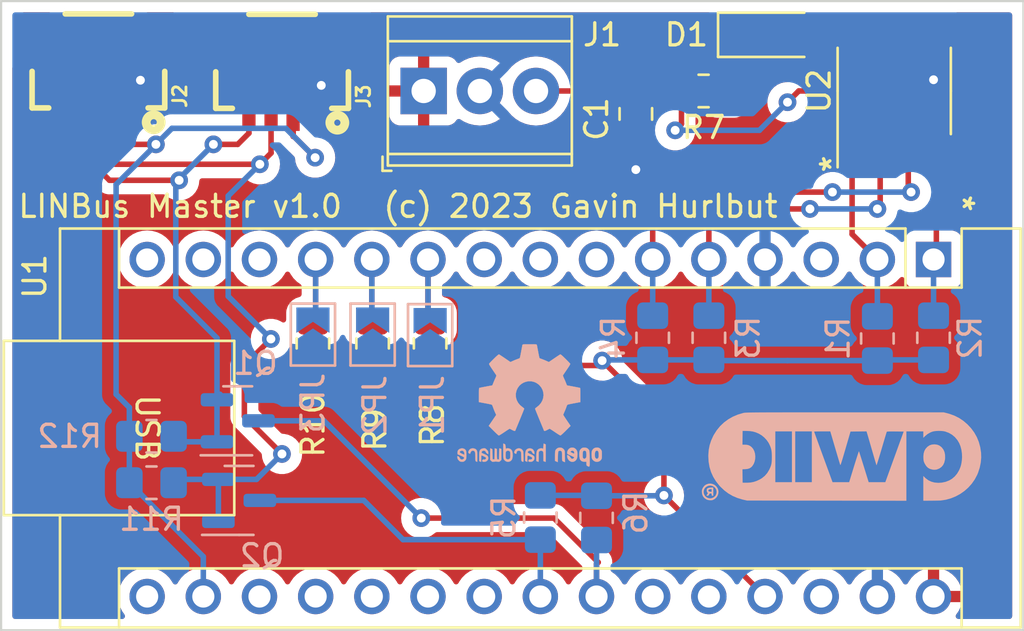
<source format=kicad_pcb>
(kicad_pcb (version 20211014) (generator pcbnew)
  (title_block (title "LINBus Master") (date "2023-02-04") (rev "1.0") (company "Gavin Hurlbut"))
  (layers (0 "F.Cu" signal) (31 "B.Cu" signal) (34 "B.Paste" user) (35 "F.Paste" user) (36 "B.SilkS" user "B.Silkscreen") (37 "F.SilkS" user "F.Silkscreen") (38 "B.Mask" user) (39 "F.Mask" user) (44 "Edge.Cuts" user))
  (net 0 "")
  (net 1 "LIN")
  (net 2 "GND")
  (net 3 "Net-(D1-Pad1)")
  (net 4 "Net-(D1-Pad2)")
  (net 5 "+3V3")
  (net 6 "SDA3V")
  (net 7 "SCL3V")
  (net 8 "+5V")
  (net 9 "RXD")
  (net 10 "TXD")
  (net 11 "~{LIN_SLP}")
  (net 12 "~{LIN_WAKE}")
  (net 14 "A0")
  (net 15 "A1")
  (net 27 "+12V")
  (net 29 "A2")
  (net 30 "SCL5V")
  (net 31 "SDA5V")
  (footprint "SparkFun-Connectors:1X04_1MM_RA" (layer "F.Cu") (at 114.30508 79.61884 180)
    (fp_text reference "J3" (at -3.683 0.889 90) (layer "F.SilkS") (effects (font (size 0.6096 0.6096) (thickness 0.127))))
    (fp_text value "QWIIC Connector")
    (pad "1" smd rect locked (at -1.4986 0 180) (size 0.59944 1.34874) (layers "F.Cu" "F.Paste" "F.Mask") (net 2 "GND"))
    (pad "2" smd rect locked (at -0.49784 0 180) (size 0.59944 1.34874) (layers "F.Cu" "F.Paste" "F.Mask") (net 5 "+3V3"))
    (pad "3" smd rect locked (at 0.49784 0 180) (size 0.59944 1.34874) (layers "F.Cu" "F.Paste" "F.Mask") (net 6 "SDA3V"))
    (pad "4" smd rect locked (at 1.4986 0 180) (size 0.59944 1.34874) (layers "F.Cu" "F.Paste" "F.Mask") (net 7 "SCL3V"))
    (pad "NC1" smd rect locked (at 2.79908 3.67284 180) (size 1.19888 1.99898) (layers "F.Cu" "F.Paste" "F.Mask"))
    (pad "NC2" smd rect locked (at -2.79908 3.67284 180) (size 1.19888 1.99898) (layers "F.Cu" "F.Paste" "F.Mask"))
  )
  (footprint "TerminalBlock_TE-Connectivity:TerminalBlock_TE_282834-3_1x03_P2.54mm_Horizontal" (layer "F.Cu") (at 120.7075 78.486)
    (fp_text reference "J1" (at 8.0705 -2.54) (layer "F.SilkS"))
    (fp_text value "Screw_Terminal_01x03")
    (pad "1" thru_hole rect (at 0 0) (size 2.1 2.1) (drill 1.1) (layers *.Cu *.Mask) (net 27 "+12V"))
    (pad "2" thru_hole circle (at 2.54 0) (size 2.1 2.1) (drill 1.1) (layers *.Cu *.Mask) (net 2 "GND"))
    (pad "3" thru_hole circle (at 5.08 0) (size 2.1 2.1) (drill 1.1) (layers *.Cu *.Mask) (net 1 "LIN"))
  )
  (footprint "Capacitor_SMD:C_0805_2012Metric_Pad1.18x1.45mm_HandSolder" (layer "F.Cu") (at 130.302 79.5235 -90)
    (fp_text reference "C1" (at 0.2325 1.778 90) (layer "F.SilkS"))
    (fp_text value "1nF")
    (pad "1" smd roundrect (at -1.0375 0 270) (size 1.175 1.45) (layers "F.Cu" "F.Paste" "F.Mask") (roundrect_rratio 0.2127659574) (net 1 "LIN"))
    (pad "2" smd roundrect (at 1.0375 0 270) (size 1.175 1.45) (layers "F.Cu" "F.Paste" "F.Mask") (roundrect_rratio 0.2127659574) (net 2 "GND"))
  )
  (footprint "SparkFun-Connectors:1X04_1MM_RA" (layer "F.Cu") (at 106 79.6 180)
    (fp_text reference "J2" (at -3.683 0.889 90) (layer "F.SilkS") (effects (font (size 0.6096 0.6096) (thickness 0.127))))
    (fp_text value "QWIIC Connector")
    (pad "1" smd rect locked (at -1.4986 0 180) (size 0.59944 1.34874) (layers "F.Cu" "F.Paste" "F.Mask") (net 2 "GND"))
    (pad "2" smd rect locked (at -0.49784 0 180) (size 0.59944 1.34874) (layers "F.Cu" "F.Paste" "F.Mask") (net 5 "+3V3"))
    (pad "3" smd rect locked (at 0.49784 0 180) (size 0.59944 1.34874) (layers "F.Cu" "F.Paste" "F.Mask") (net 6 "SDA3V"))
    (pad "4" smd rect locked (at 1.4986 0 180) (size 0.59944 1.34874) (layers "F.Cu" "F.Paste" "F.Mask") (net 7 "SCL3V"))
    (pad "NC1" smd rect locked (at 2.79908 3.67284 180) (size 1.19888 1.99898) (layers "F.Cu" "F.Paste" "F.Mask"))
    (pad "NC2" smd rect locked (at -2.79908 3.67284 180) (size 1.19888 1.99898) (layers "F.Cu" "F.Paste" "F.Mask"))
  )
  (footprint "Resistor_SMD:R_0805_2012Metric_Pad1.20x1.40mm_HandSolder" (layer "F.Cu") (at 118.4 89.9 90)
    (fp_text reference "R9" (at -3.9 0.1 90) (layer "F.SilkS"))
    (fp_text value "10k")
    (pad "1" smd roundrect (at -1 0 90) (size 1.2 1.4) (layers "F.Cu" "F.Paste" "F.Mask") (roundrect_rratio 0.2083333333) (net 8 "+5V"))
    (pad "2" smd roundrect (at 1 0 90) (size 1.2 1.4) (layers "F.Cu" "F.Paste" "F.Mask") (roundrect_rratio 0.2083333333) (net 15 "A1"))
  )
  (footprint "Resistor_SMD:R_0805_2012Metric_Pad1.20x1.40mm_HandSolder" (layer "F.Cu") (at 121 89.9 90)
    (fp_text reference "R8" (at -3.7 0.1 90) (layer "F.SilkS"))
    (fp_text value "10k")
    (pad "1" smd roundrect (at -1 0 90) (size 1.2 1.4) (layers "F.Cu" "F.Paste" "F.Mask") (roundrect_rratio 0.2083333333) (net 8 "+5V"))
    (pad "2" smd roundrect (at 1 0 90) (size 1.2 1.4) (layers "F.Cu" "F.Paste" "F.Mask") (roundrect_rratio 0.2083333333) (net 14 "A0"))
  )
  (footprint "Resistor_SMD:R_0805_2012Metric_Pad1.20x1.40mm_HandSolder" (layer "F.Cu") (at 133.366 78.486 180)
    (fp_text reference "R7" (at 0 -1.65) (layer "F.SilkS"))
    (fp_text value "1k")
    (pad "1" smd roundrect (at -1 0 180) (size 1.2 1.4) (layers "F.Cu" "F.Paste" "F.Mask") (roundrect_rratio 0.2083333333) (net 3 "Net-(D1-Pad1)"))
    (pad "2" smd roundrect (at 1 0 180) (size 1.2 1.4) (layers "F.Cu" "F.Paste" "F.Mask") (roundrect_rratio 0.2083333333) (net 1 "LIN"))
  )
  (footprint "Resistor_SMD:R_0805_2012Metric_Pad1.20x1.40mm_HandSolder" (layer "F.Cu") (at 115.7 89.9 90)
    (fp_text reference "R10" (at -3.7 0 90) (layer "F.SilkS"))
    (fp_text value "10k")
    (pad "1" smd roundrect (at -1 0 90) (size 1.2 1.4) (layers "F.Cu" "F.Paste" "F.Mask") (roundrect_rratio 0.2083333333) (net 8 "+5V"))
    (pad "2" smd roundrect (at 1 0 90) (size 1.2 1.4) (layers "F.Cu" "F.Paste" "F.Mask") (roundrect_rratio 0.2083333333) (net 29 "A2"))
  )
  (footprint "Package_SO:SOIC-8_3.9x4.9mm_P1.27mm" (layer "F.Cu") (at 141.986 78.486 90)
    (fp_text reference "U2" (at 0 -3.4 90) (layer "F.SilkS"))
    (fp_text value "TJA1021T")
    (fp_text user "*" (at -3.302 -2.794 90 unlocked) (layer "F.SilkS"))
    (pad "1" smd roundrect (at -2.475 -1.905 90) (size 1.95 0.6) (layers "F.Cu" "F.Paste" "F.Mask") (net 9 "RXD"))
    (pad "2" smd roundrect (at -2.475 -0.635 90) (size 1.95 0.6) (layers "F.Cu" "F.Paste" "F.Mask") (net 11 "~{LIN_SLP}"))
    (pad "3" smd roundrect (at -2.475 0.635 90) (size 1.95 0.6) (layers "F.Cu" "F.Paste" "F.Mask") (net 12 "~{LIN_WAKE}"))
    (pad "4" smd roundrect (at -2.475 1.905 90) (size 1.95 0.6) (layers "F.Cu" "F.Paste" "F.Mask") (net 10 "TXD"))
    (pad "5" smd roundrect (at 2.475 1.905 90) (size 1.95 0.6) (layers "F.Cu" "F.Paste" "F.Mask") (net 2 "GND"))
    (pad "6" smd roundrect (at 2.475 0.635 90) (size 1.95 0.6) (layers "F.Cu" "F.Paste" "F.Mask") (net 1 "LIN"))
    (pad "7" smd roundrect (at 2.475 -0.635 90) (size 1.95 0.6) (layers "F.Cu" "F.Paste" "F.Mask") (net 27 "+12V"))
    (pad "8" smd roundrect (at 2.475 -1.905 90) (size 1.95 0.6) (layers "F.Cu" "F.Paste" "F.Mask") (net 4 "Net-(D1-Pad2)"))
  )
  (footprint "Module:Arduino_Nano" (layer "F.Cu") (at 143.764 86.106 -90)
    (fp_text reference "U1" (at 0.762 40.64 90) (layer "F.SilkS"))
    (fp_text value "Arduino_Nano_v3.x")
    (fp_text user "*" (at -2.54 -1.27 -90 unlocked) (layer "F.SilkS"))
    (fp_text user "USB" (at 7.62 35.56 -90 unlocked) (layer "F.SilkS"))
    (pad "1" thru_hole rect (at 0 0 270) (size 1.6 1.6) (drill 1) (layers *.Cu *.Mask) (net 10 "TXD"))
    (pad "2" thru_hole oval (at 0 2.54 270) (size 1.6 1.6) (drill 1) (layers *.Cu *.Mask) (net 9 "RXD"))
    (pad "3" thru_hole oval (at 0 5.08 270) (size 1.6 1.6) (drill 1) (layers *.Cu *.Mask))
    (pad "4" thru_hole oval (at 0 7.62 270) (size 1.6 1.6) (drill 1) (layers *.Cu *.Mask) (net 2 "GND"))
    (pad "5" thru_hole oval (at 0 10.16 270) (size 1.6 1.6) (drill 1) (layers *.Cu *.Mask) (net 11 "~{LIN_SLP}"))
    (pad "6" thru_hole oval (at 0 12.7 270) (size 1.6 1.6) (drill 1) (layers *.Cu *.Mask) (net 12 "~{LIN_WAKE}"))
    (pad "7" thru_hole oval (at 0 15.24 270) (size 1.6 1.6) (drill 1) (layers *.Cu *.Mask))
    (pad "8" thru_hole oval (at 0 17.78 270) (size 1.6 1.6) (drill 1) (layers *.Cu *.Mask))
    (pad "9" thru_hole oval (at 0 20.32 270) (size 1.6 1.6) (drill 1) (layers *.Cu *.Mask))
    (pad "10" thru_hole oval (at 0 22.86 270) (size 1.6 1.6) (drill 1) (layers *.Cu *.Mask) (net 14 "A0"))
    (pad "11" thru_hole oval (at 0 25.4 270) (size 1.6 1.6) (drill 1) (layers *.Cu *.Mask) (net 15 "A1"))
    (pad "12" thru_hole oval (at 0 27.94 270) (size 1.6 1.6) (drill 1) (layers *.Cu *.Mask) (net 29 "A2"))
    (pad "13" thru_hole oval (at 0 30.48 270) (size 1.6 1.6) (drill 1) (layers *.Cu *.Mask))
    (pad "14" thru_hole oval (at 0 33.02 270) (size 1.6 1.6) (drill 1) (layers *.Cu *.Mask))
    (pad "15" thru_hole oval (at 0 35.56 270) (size 1.6 1.6) (drill 1) (layers *.Cu *.Mask))
    (pad "16" thru_hole oval (at 15.24 35.56 270) (size 1.6 1.6) (drill 1) (layers *.Cu *.Mask))
    (pad "17" thru_hole oval (at 15.24 33.02 270) (size 1.6 1.6) (drill 1) (layers *.Cu *.Mask) (net 5 "+3V3"))
    (pad "18" thru_hole oval (at 15.24 30.48 270) (size 1.6 1.6) (drill 1) (layers *.Cu *.Mask))
    (pad "19" thru_hole oval (at 15.24 27.94 270) (size 1.6 1.6) (drill 1) (layers *.Cu *.Mask))
    (pad "20" thru_hole oval (at 15.24 25.4 270) (size 1.6 1.6) (drill 1) (layers *.Cu *.Mask))
    (pad "21" thru_hole oval (at 15.24 22.86 270) (size 1.6 1.6) (drill 1) (layers *.Cu *.Mask))
    (pad "22" thru_hole oval (at 15.24 20.32 270) (size 1.6 1.6) (drill 1) (layers *.Cu *.Mask))
    (pad "23" thru_hole oval (at 15.24 17.78 270) (size 1.6 1.6) (drill 1) (layers *.Cu *.Mask) (net 31 "SDA5V"))
    (pad "24" thru_hole oval (at 15.24 15.24 270) (size 1.6 1.6) (drill 1) (layers *.Cu *.Mask) (net 30 "SCL5V"))
    (pad "25" thru_hole oval (at 15.24 12.7 270) (size 1.6 1.6) (drill 1) (layers *.Cu *.Mask))
    (pad "26" thru_hole oval (at 15.24 10.16 270) (size 1.6 1.6) (drill 1) (layers *.Cu *.Mask))
    (pad "27" thru_hole oval (at 15.24 7.62 270) (size 1.6 1.6) (drill 1) (layers *.Cu *.Mask) (net 8 "+5V"))
    (pad "28" thru_hole oval (at 15.24 5.08 270) (size 1.6 1.6) (drill 1) (layers *.Cu *.Mask))
    (pad "29" thru_hole oval (at 15.24 2.54 270) (size 1.6 1.6) (drill 1) (layers *.Cu *.Mask) (net 2 "GND"))
    (pad "30" thru_hole oval (at 15.24 0 270) (size 1.6 1.6) (drill 1) (layers *.Cu *.Mask) (net 27 "+12V"))
  )
  (footprint "Diode_SMD:D_SOD-123" (layer "F.Cu") (at 136.27 75.946)
    (fp_text reference "D1" (at -3.682 0) (layer "F.SilkS"))
    (fp_text value "BAT42W-V")
    (pad "1" smd rect (at -1.65 0) (size 0.9 1.2) (layers "F.Cu" "F.Paste" "F.Mask") (net 3 "Net-(D1-Pad1)"))
    (pad "2" smd rect (at 1.65 0) (size 0.9 1.2) (layers "F.Cu" "F.Paste" "F.Mask") (net 4 "Net-(D1-Pad2)"))
  )
  (footprint "Resistor_SMD:R_0805_2012Metric_Pad1.20x1.40mm_HandSolder" (layer "B.Cu") (at 141.224 89.678 90)
    (fp_text reference "R1" (at 0 -1.778 90) (layer "B.SilkS") (effects (justify mirror)))
    (fp_text value "10k")
    (pad "1" smd roundrect (at -1 0 90) (size 1.2 1.4) (layers "B.Cu" "B.Paste" "B.Mask") (roundrect_rratio 0.2083333333) (net 8 "+5V"))
    (pad "2" smd roundrect (at 1 0 90) (size 1.2 1.4) (layers "B.Cu" "B.Paste" "B.Mask") (roundrect_rratio 0.2083333333) (net 9 "RXD"))
  )
  (footprint "Resistor_SMD:R_0805_2012Metric_Pad1.20x1.40mm_HandSolder" (layer "B.Cu") (at 131.064 89.646 90)
    (fp_text reference "R4" (at 0 -1.778 90) (layer "B.SilkS") (effects (justify mirror)))
    (fp_text value "10k")
    (pad "1" smd roundrect (at -1 0 90) (size 1.2 1.4) (layers "B.Cu" "B.Paste" "B.Mask") (roundrect_rratio 0.2083333333) (net 8 "+5V"))
    (pad "2" smd roundrect (at 1 0 90) (size 1.2 1.4) (layers "B.Cu" "B.Paste" "B.Mask") (roundrect_rratio 0.2083333333) (net 12 "~{LIN_WAKE}"))
  )
  (footprint "Jumper:SolderJumper-2_P1.3mm_Open_TrianglePad1.0x1.5mm" (layer "B.Cu") (at 121 89.525 90)
    (fp_text reference "JP1" (at -3.175 0.1 90) (layer "B.SilkS") (effects (justify mirror)))
    (fp_text value "Solder Jumper")
    (pad "1" smd custom (at -0.725 0 90) (size 0.3 0.3) (layers "B.Cu" "B.Mask") (net 2 "GND") (options (clearance outline) (anchor rect)) (primitives (gr_poly (pts (xy 1 0) (xy 0.5 -0.75) (xy -0.5 -0.75) (xy -0.5 0.75) (xy 0.5 0.75)) (width 0) (fill yes))))
    (pad "2" smd custom (at 0.725 0 90) (size 0.3 0.3) (layers "B.Cu" "B.Mask") (net 14 "A0") (options (clearance outline) (anchor rect)) (primitives (gr_poly (pts (xy 0.5 -0.75) (xy -0.65 -0.75) (xy -0.15 0) (xy -0.65 0.75) (xy 0.5 0.75)) (width 0) (fill yes))))
  )
  (footprint "Resistor_SMD:R_0805_2012Metric_Pad1.20x1.40mm_HandSolder" (layer "B.Cu") (at 128.524 97.79 -90)
    (fp_text reference "R6" (at -0.238 -1.778 90) (layer "B.SilkS") (effects (justify mirror)))
    (fp_text value "10k")
    (pad "1" smd roundrect (at -1 0 270) (size 1.2 1.4) (layers "B.Cu" "B.Paste" "B.Mask") (roundrect_rratio 0.2083333333) (net 8 "+5V"))
    (pad "2" smd roundrect (at 1 0 270) (size 1.2 1.4) (layers "B.Cu" "B.Paste" "B.Mask") (roundrect_rratio 0.2083333333) (net 30 "SCL5V"))
  )
  (footprint "Jumper:SolderJumper-2_P1.3mm_Open_TrianglePad1.0x1.5mm" (layer "B.Cu") (at 115.7 89.5 90)
    (fp_text reference "JP3" (at -3.1 0 90) (layer "B.SilkS") (effects (justify mirror)))
    (fp_text value "Solder Jumper")
    (pad "1" smd custom (at -0.725 0 90) (size 0.3 0.3) (layers "B.Cu" "B.Mask") (net 2 "GND") (options (clearance outline) (anchor rect)) (primitives (gr_poly (pts (xy 1 0) (xy 0.5 -0.75) (xy -0.5 -0.75) (xy -0.5 0.75) (xy 0.5 0.75)) (width 0) (fill yes))))
    (pad "2" smd custom (at 0.725 0 90) (size 0.3 0.3) (layers "B.Cu" "B.Mask") (net 29 "A2") (options (clearance outline) (anchor rect)) (primitives (gr_poly (pts (xy 0.5 -0.75) (xy -0.65 -0.75) (xy -0.15 0) (xy -0.65 0.75) (xy 0.5 0.75)) (width 0) (fill yes))))
  )
  (footprint "Jumper:SolderJumper-2_P1.3mm_Open_TrianglePad1.0x1.5mm" (layer "B.Cu") (at 118.4 89.5 90)
    (fp_text reference "JP2" (at -3.2 0.1 90) (layer "B.SilkS") (effects (justify mirror)))
    (fp_text value "Solder Jumper")
    (pad "1" smd custom (at -0.725 0 90) (size 0.3 0.3) (layers "B.Cu" "B.Mask") (net 2 "GND") (options (clearance outline) (anchor rect)) (primitives (gr_poly (pts (xy 1 0) (xy 0.5 -0.75) (xy -0.5 -0.75) (xy -0.5 0.75) (xy 0.5 0.75)) (width 0) (fill yes))))
    (pad "2" smd custom (at 0.725 0 90) (size 0.3 0.3) (layers "B.Cu" "B.Mask") (net 15 "A1") (options (clearance outline) (anchor rect)) (primitives (gr_poly (pts (xy 0.5 -0.75) (xy -0.65 -0.75) (xy -0.15 0) (xy -0.65 0.75) (xy 0.5 0.75)) (width 0) (fill yes))))
  )
  (footprint "Package_TO_SOT_SMD:SOT-23" (layer "B.Cu") (at 112.3 93.4)
    (fp_text reference "Q1" (at 0.8 -2.6) (layer "B.SilkS") (effects (justify mirror)))
    (fp_text value "2N7002")
    (pad "1" smd roundrect (at -0.9375 0.95) (size 1.475 0.6) (layers "B.Cu" "B.Paste" "B.Mask") (net 7 "SCL3V"))
    (pad "2" smd roundrect (at -0.9375 -0.95) (size 1.475 0.6) (layers "B.Cu" "B.Paste" "B.Mask") (net 7 "SCL3V"))
    (pad "3" smd roundrect (at 0.9375 0) (size 1.475 0.6) (layers "B.Cu" "B.Paste" "B.Mask") (net 30 "SCL5V"))
  )
  (footprint "Beirdo:qwiic-logo" (layer "B.Cu") (at 139.7 94.9 180)
    (fp_text reference "G***" hide)
    (fp_text value "LOGO" hide)
  )
  (footprint "Resistor_SMD:R_0805_2012Metric_Pad1.20x1.40mm_HandSolder" (layer "B.Cu") (at 125.984 97.774 -90)
    (fp_text reference "R5" (at 0 1.65 90) (layer "B.SilkS") (effects (justify mirror)))
    (fp_text value "10k")
    (pad "1" smd roundrect (at -1 0 270) (size 1.2 1.4) (layers "B.Cu" "B.Paste" "B.Mask") (roundrect_rratio 0.2083333333) (net 8 "+5V"))
    (pad "2" smd roundrect (at 1 0 270) (size 1.2 1.4) (layers "B.Cu" "B.Paste" "B.Mask") (roundrect_rratio 0.2083333333) (net 31 "SDA5V"))
  )
  (footprint "Resistor_SMD:R_0805_2012Metric_Pad1.20x1.40mm_HandSolder" (layer "B.Cu") (at 108.4 94.1)
    (fp_text reference "R12" (at -3.7 0) (layer "B.SilkS") (effects (justify mirror)))
    (fp_text value "10k")
    (pad "1" smd roundrect (at -1 0) (size 1.2 1.4) (layers "B.Cu" "B.Paste" "B.Mask") (roundrect_rratio 0.2083333333) (net 5 "+3V3"))
    (pad "2" smd roundrect (at 1 0) (size 1.2 1.4) (layers "B.Cu" "B.Paste" "B.Mask") (roundrect_rratio 0.2083333333) (net 7 "SCL3V"))
  )
  (footprint "Package_TO_SOT_SMD:SOT-23" (layer "B.Cu") (at 112.3625 97)
    (fp_text reference "Q2" (at 1.0375 2.5) (layer "B.SilkS") (effects (justify mirror)))
    (fp_text value "2N7002")
    (pad "1" smd roundrect (at -0.9375 0.95) (size 1.475 0.6) (layers "B.Cu" "B.Paste" "B.Mask") (net 6 "SDA3V"))
    (pad "2" smd roundrect (at -0.9375 -0.95) (size 1.475 0.6) (layers "B.Cu" "B.Paste" "B.Mask") (net 6 "SDA3V"))
    (pad "3" smd roundrect (at 0.9375 0) (size 1.475 0.6) (layers "B.Cu" "B.Paste" "B.Mask") (net 31 "SDA5V"))
  )
  (footprint "Resistor_SMD:R_0805_2012Metric_Pad1.20x1.40mm_HandSolder" (layer "B.Cu") (at 133.604 89.646 90)
    (fp_text reference "R3" (at 0 1.778 90) (layer "B.SilkS") (effects (justify mirror)))
    (fp_text value "10k")
    (pad "1" smd roundrect (at -1 0 90) (size 1.2 1.4) (layers "B.Cu" "B.Paste" "B.Mask") (roundrect_rratio 0.2083333333) (net 8 "+5V"))
    (pad "2" smd roundrect (at 1 0 90) (size 1.2 1.4) (layers "B.Cu" "B.Paste" "B.Mask") (roundrect_rratio 0.2083333333) (net 11 "~{LIN_SLP}"))
  )
  (footprint "Symbol:OSHW-Logo2_7.3x6mm_SilkScreen" (layer "B.Cu") (at 125.5 92.7 180)
    (fp_text reference "REF**" hide)
    (fp_text value "OSHW-Logo2_7.3x6mm_SilkScreen" hide)
  )
  (footprint "Resistor_SMD:R_0805_2012Metric_Pad1.20x1.40mm_HandSolder" (layer "B.Cu") (at 143.764 89.646 90)
    (fp_text reference "R2" (at 0 1.65 90) (layer "B.SilkS") (effects (justify mirror)))
    (fp_text value "10k")
    (pad "1" smd roundrect (at -1 0 90) (size 1.2 1.4) (layers "B.Cu" "B.Paste" "B.Mask") (roundrect_rratio 0.2083333333) (net 8 "+5V"))
    (pad "2" smd roundrect (at 1 0 90) (size 1.2 1.4) (layers "B.Cu" "B.Paste" "B.Mask") (roundrect_rratio 0.2083333333) (net 10 "TXD"))
  )
  (footprint "Resistor_SMD:R_0805_2012Metric_Pad1.20x1.40mm_HandSolder" (layer "B.Cu") (at 108.4 96.2)
    (fp_text reference "R11" (at 0 1.65) (layer "B.SilkS") (effects (justify mirror)))
    (fp_text value "10k")
    (pad "1" smd roundrect (at -1 0) (size 1.2 1.4) (layers "B.Cu" "B.Paste" "B.Mask") (roundrect_rratio 0.2083333333) (net 5 "+3V3"))
    (pad "2" smd roundrect (at 1 0) (size 1.2 1.4) (layers "B.Cu" "B.Paste" "B.Mask") (roundrect_rratio 0.2083333333) (net 6 "SDA3V"))
  )
  (gr_line (start 101.6 102.87) (end 147.828 102.87) (layer "Edge.Cuts") (width 0.1))
  (gr_line (start 101.6 74.422) (end 101.6 102.87) (layer "Edge.Cuts") (width 0.1))
  (gr_line (start 147.828 102.87) (end 147.828 74.422) (layer "Edge.Cuts") (width 0.1))
  (gr_line (start 147.828 74.422) (end 101.6 74.422) (layer "Edge.Cuts") (width 0.1))
  (gr_text "LINBus Master v1.0" (at 109.7 83.7) (layer "F.SilkS") (effects (font (size 1 1))))
  (gr_text "(c) 2023 Gavin Hurlbut" (at 127.8 83.7) (layer "F.SilkS") (effects (font (size 1 1))))
  (segment (start 132.08 80.264) (end 132.366 79.978) (width 0.25) (layer "F.Cu") (net 1))
  (segment (start 137.668 78.486) (end 137.16 78.994) (width 0.25) (layer "F.Cu") (net 1))
  (segment (start 142.621 77.597) (end 141.732 78.486) (width 0.25) (layer "F.Cu") (net 1))
  (segment (start 142.621 76.011) (end 142.621 77.597) (width 0.25) (layer "F.Cu") (net 1))
  (segment (start 132.366 79.978) (end 132.366 78.486) (width 0.25) (layer "F.Cu") (net 1))
  (segment (start 141.732 78.486) (end 137.668 78.486) (width 0.25) (layer "F.Cu") (net 1))
  (segment (start 130.302 78.486) (end 125.7875 78.486) (width 0.25) (layer "F.Cu") (net 1))
  (segment (start 132.366 78.486) (end 130.302 78.486) (width 0.25) (layer "F.Cu") (net 1))
  (via (at 137.16 78.994) (size 0.8) (drill 0.4) (layers "F.Cu" "B.Cu") (net 1))
  (via (at 132.08 80.264) (size 0.8) (drill 0.4) (layers "F.Cu" "B.Cu") (net 1))
  (segment (start 137.16 78.994) (end 135.89 80.264) (width 0.25) (layer "B.Cu") (net 1))
  (segment (start 135.89 80.264) (end 132.08 80.264) (width 0.25) (layer "B.Cu") (net 1))
  (segment (start 115.80368 78.50632) (end 116.078 78.232) (width 0.25) (layer "F.Cu") (net 2))
  (segment (start 107.4986 79.6) (end 107.4986 78.4014) (width 0.25) (layer "F.Cu") (net 2))
  (segment (start 115.80368 79.61884) (end 115.80368 78.50632) (width 0.25) (layer "F.Cu") (net 2))
  (segment (start 143.891 76.011) (end 143.891 77.851) (width 0.25) (layer "F.Cu") (net 2))
  (segment (start 143.891 77.851) (end 143.764 77.978) (width 0.25) (layer "F.Cu") (net 2))
  (segment (start 130.302 80.561) (end 130.302 82.042) (width 0.25) (layer "F.Cu") (net 2))
  (segment (start 107.4986 78.4014) (end 107.9 78) (width 0.25) (layer "F.Cu") (net 2))
  (via (at 107.9 78) (size 0.8) (drill 0.4) (layers "F.Cu" "B.Cu") (net 2))
  (via (at 116.078 78.232) (size 0.8) (drill 0.4) (layers "F.Cu" "B.Cu") (net 2))
  (via (at 143.764 77.978) (size 0.8) (drill 0.4) (layers "F.Cu" "B.Cu") (net 2))
  (via (at 130.302 82.042) (size 0.8) (drill 0.4) (layers "F.Cu" "B.Cu") (net 2))
  (segment (start 134.62 78.232) (end 134.366 78.486) (width 0.25) (layer "F.Cu") (net 3))
  (segment (start 134.62 75.946) (end 134.62 78.232) (width 0.25) (layer "F.Cu") (net 3))
  (segment (start 140.081 76.011) (end 137.985 76.011) (width 0.25) (layer "F.Cu") (net 4))
  (segment (start 137.985 76.011) (end 137.92 75.946) (width 0.25) (layer "F.Cu") (net 4))
  (segment (start 114.80292 79.61884) (end 114.80292 80.54321) (width 0.25) (layer "F.Cu") (net 5))
  (segment (start 114.80292 79.61884) (end 114.80292 80.50292) (width 0.25) (layer "F.Cu") (net 5))
  (segment (start 106.49784 79.6) (end 106.49784 80.52437) (width 0.25) (layer "F.Cu") (net 5))
  (segment (start 106.87347 80.9) (end 108.6 80.9) (width 0.25) (layer "F.Cu") (net 5))
  (segment (start 114.80292 80.50292) (end 115.8 81.5) (width 0.25) (layer "F.Cu") (net 5))
  (segment (start 106.49784 80.52437) (end 106.87347 80.9) (width 0.25) (layer "F.Cu") (net 5))
  (via (at 115.8 81.5) (size 0.8) (drill 0.4) (layers "F.Cu" "B.Cu") (net 5))
  (via (at 108.6 80.9) (size 0.8) (drill 0.4) (layers "F.Cu" "B.Cu") (net 5))
  (segment (start 110.744 99.544) (end 110.744 101.346) (width 0.25) (layer "B.Cu") (net 5))
  (segment (start 108.6 80.9) (end 109.324511 80.175489) (width 0.25) (layer "B.Cu") (net 5))
  (segment (start 107.4 92.8) (end 106.8 92.2) (width 0.25) (layer "B.Cu") (net 5))
  (segment (start 114.475489 80.175489) (end 115.8 81.5) (width 0.25) (layer "B.Cu") (net 5))
  (segment (start 107.4 94.1) (end 107.4 92.8) (width 0.25) (layer "B.Cu") (net 5))
  (segment (start 107.4 96.2) (end 107.4 94.1) (width 0.25) (layer "B.Cu") (net 5))
  (segment (start 108.6 80.914345) (end 108.6 80.9) (width 0.25) (layer "B.Cu") (net 5))
  (segment (start 107.4 96.2) (end 110.744 99.544) (width 0.25) (layer "B.Cu") (net 5))
  (segment (start 109.324511 80.175489) (end 114.475489 80.175489) (width 0.25) (layer "B.Cu") (net 5))
  (segment (start 106.8 92.2) (end 106.8 82.714345) (width 0.25) (layer "B.Cu") (net 5))
  (segment (start 106.8 82.714345) (end 108.6 80.914345) (width 0.25) (layer "B.Cu") (net 5))
  (segment (start 106.77779 81.8) (end 113.3 81.8) (width 0.25) (layer "F.Cu") (net 6))
  (segment (start 112.6 90.9) (end 112.6 93.2) (width 0.25) (layer "F.Cu") (net 6))
  (segment (start 105.50216 79.6) (end 105.50216 80.52437) (width 0.25) (layer "F.Cu") (net 6))
  (segment (start 105.50216 80.52437) (end 106.77779 81.8) (width 0.25) (layer "F.Cu") (net 6))
  (segment (start 113.80724 81.29276) (end 113.80724 79.61884) (width 0.25) (layer "F.Cu") (net 6))
  (segment (start 113.8 89.7) (end 112.6 90.9) (width 0.25) (layer "F.Cu") (net 6))
  (segment (start 113.3 81.8) (end 113.80724 81.29276) (width 0.25) (layer "F.Cu") (net 6))
  (segment (start 112.6 93.2) (end 114.3 94.9) (width 0.25) (layer "F.Cu") (net 6))
  (via (at 113.8 89.7) (size 0.8) (drill 0.4) (layers "F.Cu" "B.Cu") (net 6))
  (via (at 113.3 81.8) (size 0.8) (drill 0.4) (layers "F.Cu" "B.Cu") (net 6))
  (via (at 114.3 94.9) (size 0.8) (drill 0.4) (layers "F.Cu" "B.Cu") (net 6))
  (segment (start 111.425 96.05) (end 113.15 96.05) (width 0.25) (layer "B.Cu") (net 6))
  (segment (start 109.55 96.05) (end 109.4 96.2) (width 0.25) (layer "B.Cu") (net 6))
  (segment (start 113.15 96.05) (end 114.3 94.9) (width 0.25) (layer "B.Cu") (net 6))
  (segment (start 111.868511 87.768511) (end 111.868511 83.231489) (width 0.25) (layer "B.Cu") (net 6))
  (segment (start 113.8 89.7) (end 111.868511 87.768511) (width 0.25) (layer "B.Cu") (net 6))
  (segment (start 111.425 96.05) (end 109.55 96.05) (width 0.25) (layer "B.Cu") (net 6))
  (segment (start 111.868511 83.231489) (end 113.3 81.8) (width 0.25) (layer "B.Cu") (net 6))
  (segment (start 111.425 97.95) (end 111.425 96.05) (width 0.25) (layer "B.Cu") (net 6))
  (segment (start 104.5014 79.6) (end 104.5014 80.52437) (width 0.25) (layer "F.Cu") (net 7))
  (segment (start 106.50153 82.5245) (end 109.65 82.5245) (width 0.25) (layer "F.Cu") (net 7))
  (segment (start 104.5014 80.52437) (end 106.50153 82.5245) (width 0.25) (layer "F.Cu") (net 7))
  (segment (start 111.2 80.9) (end 112.3 80.9) (width 0.25) (layer "F.Cu") (net 7))
  (segment (start 112.80648 80.39352) (end 112.80648 79.61884) (width 0.25) (layer "F.Cu") (net 7))
  (segment (start 112.3 80.9) (end 112.80648 80.39352) (width 0.25) (layer "F.Cu") (net 7))
  (via (at 109.65 82.5245) (size 0.8) (drill 0.4) (layers "F.Cu" "B.Cu") (net 7))
  (via (at 111.2 80.9) (size 0.8) (drill 0.4) (layers "F.Cu" "B.Cu") (net 7))
  (segment (start 109.5 82.6) (end 109.5 87.8) (width 0.25) (layer "B.Cu") (net 7))
  (segment (start 109.5 87.8) (end 111.3625 89.6625) (width 0.25) (layer "B.Cu") (net 7))
  (segment (start 109.65 94.35) (end 109.4 94.1) (width 0.25) (layer "B.Cu") (net 7))
  (segment (start 111.3625 92.45) (end 111.3625 92.3375) (width 0.25) (layer "B.Cu") (net 7))
  (segment (start 111.3625 92.3375) (end 111.5 92.2) (width 0.25) (layer "B.Cu") (net 7))
  (segment (start 111.3625 89.6625) (end 111.3625 92.45) (width 0.25) (layer "B.Cu") (net 7))
  (segment (start 111.2 80.9) (end 109.5 82.6) (width 0.25) (layer "B.Cu") (net 7))
  (segment (start 111.3625 94.35) (end 109.65 94.35) (width 0.25) (layer "B.Cu") (net 7))
  (segment (start 111.3625 94.35) (end 111.3625 92.45) (width 0.25) (layer "B.Cu") (net 7))
  (segment (start 115.7 90.9) (end 118.4 90.9) (width 0.25) (layer "F.Cu") (net 8))
  (segment (start 131.572 96.774) (end 136.144 101.346) (width 0.25) (layer "F.Cu") (net 8))
  (segment (start 131.572 93.472) (end 128.778 90.678) (width 0.25) (layer "F.Cu") (net 8))
  (segment (start 121 90.9) (end 128.556 90.9) (width 0.25) (layer "F.Cu") (net 8))
  (segment (start 131.572 96.774) (end 131.572 93.472) (width 0.25) (layer "F.Cu") (net 8))
  (segment (start 118.4 90.9) (end 121 90.9) (width 0.25) (layer "F.Cu") (net 8))
  (segment (start 128.556 90.9) (end 128.778 90.678) (width 0.25) (layer "F.Cu") (net 8))
  (via (at 131.572 96.774) (size 0.8) (drill 0.4) (layers "F.Cu" "B.Cu") (net 8))
  (via (at 128.778 90.678) (size 0.8) (drill 0.4) (layers "F.Cu" "B.Cu") (net 8))
  (segment (start 143.764 90.646) (end 141.256 90.646) (width 0.25) (layer "B.Cu") (net 8))
  (segment (start 125.984 96.774) (end 128.508 96.774) (width 0.25) (layer "B.Cu") (net 8))
  (segment (start 131.556 96.79) (end 131.572 96.774) (width 0.25) (layer "B.Cu") (net 8))
  (segment (start 128.524 96.79) (end 131.556 96.79) (width 0.25) (layer "B.Cu") (net 8))
  (segment (start 137.16 90.678) (end 133.636 90.678) (width 0.25) (layer "B.Cu") (net 8))
  (segment (start 128.81 90.646) (end 128.778 90.678) (width 0.25) (layer "B.Cu") (net 8))
  (segment (start 141.256 90.646) (end 141.224 90.678) (width 0.25) (layer "B.Cu") (net 8))
  (segment (start 128.508 96.774) (end 128.524 96.79) (width 0.25) (layer "B.Cu") (net 8))
  (segment (start 133.636 90.678) (end 133.604 90.646) (width 0.25) (layer "B.Cu") (net 8))
  (segment (start 131.064 90.646) (end 128.81 90.646) (width 0.25) (layer "B.Cu") (net 8))
  (segment (start 133.604 90.646) (end 131.064 90.646) (width 0.25) (layer "B.Cu") (net 8))
  (segment (start 141.224 90.678) (end 137.16 90.678) (width 0.25) (layer "B.Cu") (net 8))
  (segment (start 141.224 86.106) (end 140.081 84.963) (width 0.25) (layer "F.Cu") (net 9))
  (segment (start 140.081 84.963) (end 140.081 80.961) (width 0.25) (layer "F.Cu") (net 9))
  (segment (start 141.224 88.678) (end 141.224 86.106) (width 0.25) (layer "B.Cu") (net 9))
  (segment (start 143.891 85.979) (end 143.891 80.961) (width 0.25) (layer "F.Cu") (net 10))
  (segment (start 143.764 86.106) (end 143.891 85.979) (width 0.25) (layer "F.Cu") (net 10))
  (segment (start 143.764 88.646) (end 143.764 86.106) (width 0.25) (layer "B.Cu") (net 10))
  (segment (start 133.604 84.074) (end 133.858 83.82) (width 0.25) (layer "F.Cu") (net 11))
  (segment (start 133.604 86.106) (end 133.604 84.074) (width 0.25) (layer "F.Cu") (net 11))
  (segment (start 141.224 83.82) (end 141.351 83.693) (width 0.25) (layer "F.Cu") (net 11))
  (segment (start 141.351 83.693) (end 141.351 80.961) (width 0.25) (layer "F.Cu") (net 11))
  (segment (start 133.858 83.82) (end 138.176 83.82) (width 0.25) (layer "F.Cu") (net 11))
  (via (at 138.176 83.82) (size 0.8) (drill 0.4) (layers "F.Cu" "B.Cu") (net 11))
  (via (at 141.224 83.82) (size 0.8) (drill 0.4) (layers "F.Cu" "B.Cu") (net 11))
  (segment (start 133.604 88.646) (end 133.604 86.106) (width 0.25) (layer "B.Cu") (net 11))
  (segment (start 138.176 83.82) (end 141.224 83.82) (width 0.25) (layer "B.Cu") (net 11))
  (segment (start 131.826 83.058) (end 139.192 83.058) (width 0.25) (layer "F.Cu") (net 12))
  (segment (start 142.748 83.058) (end 142.621 82.931) (width 0.25) (layer "F.Cu") (net 12))
  (segment (start 131.572 83.312) (end 131.826 83.058) (width 0.25) (layer "F.Cu") (net 12))
  (segment (start 131.064 86.106) (end 131.064 83.82) (width 0.25) (layer "F.Cu") (net 12))
  (segment (start 142.621 82.931) (end 142.621 80.961) (width 0.25) (layer "F.Cu") (net 12))
  (segment (start 131.064 83.82) (end 131.572 83.312) (width 0.25) (layer "F.Cu") (net 12))
  (via (at 142.748 83.058) (size 0.8) (drill 0.4) (layers "F.Cu" "B.Cu") (net 12))
  (via (at 139.192 83.058) (size 0.8) (drill 0.4) (layers "F.Cu" "B.Cu") (net 12))
  (segment (start 131.064 88.646) (end 131.064 86.106) (width 0.25) (layer "B.Cu") (net 12))
  (segment (start 139.192 83.058) (end 142.748 83.058) (width 0.25) (layer "B.Cu") (net 12))
  (segment (start 120.904 88.804) (end 121 88.9) (width 0.25) (layer "F.Cu") (net 14))
  (segment (start 120.904 86.106) (end 120.904 88.804) (width 0.25) (layer "F.Cu") (net 14))
  (segment (start 121 88.8) (end 120.904 88.704) (width 0.25) (layer "B.Cu") (net 14))
  (segment (start 120.904 88.704) (end 120.904 86.106) (width 0.25) (layer "B.Cu") (net 14))
  (segment (start 118.364 86.106) (end 118.364 88.864) (width 0.25) (layer "F.Cu") (net 15))
  (segment (start 118.364 88.864) (end 118.4 88.9) (width 0.25) (layer "F.Cu") (net 15))
  (segment (start 118.364 88.739) (end 118.364 86.106) (width 0.25) (layer "B.Cu") (net 15))
  (segment (start 118.4 88.775) (end 118.364 88.739) (width 0.25) (layer "B.Cu") (net 15))
  (segment (start 115.824 88.776) (end 115.7 88.9) (width 0.25) (layer "F.Cu") (net 29))
  (segment (start 115.824 86.106) (end 115.824 88.776) (width 0.25) (layer "F.Cu") (net 29))
  (segment (start 115.7 88.775) (end 115.824 88.651) (width 0.25) (layer "B.Cu") (net 29))
  (segment (start 115.824 88.651) (end 115.824 86.106) (width 0.25) (layer "B.Cu") (net 29))
  (segment (start 128.6 99.8) (end 128.524 99.876) (width 0.25) (layer "F.Cu") (net 30))
  (segment (start 120.6 97.8) (end 126.6 97.8) (width 0.25) (layer "F.Cu") (net 30))
  (segment (start 128.524 99.876) (end 128.524 101.346) (width 0.25) (layer "F.Cu") (net 30))
  (segment (start 126.6 97.8) (end 128.6 99.8) (width 0.25) (layer "F.Cu") (net 30))
  (via (at 120.6 97.8) (size 0.8) (drill 0.4) (layers "F.Cu" "B.Cu") (net 30))
  (segment (start 128.524 98.79) (end 128.524 101.346) (width 0.25) (layer "B.Cu") (net 30))
  (segment (start 113.2375 93.4) (end 116.2 93.4) (width 0.25) (layer "B.Cu") (net 30))
  (segment (start 116.2 93.4) (end 120.6 97.8) (width 0.25) (layer "B.Cu") (net 30))
  (segment (start 113.3 97) (end 118 97) (width 0.25) (layer "B.Cu") (net 31))
  (segment (start 125.984 98.774) (end 125.984 101.346) (width 0.25) (layer "B.Cu") (net 31))
  (segment (start 119.774 98.774) (end 125.984 98.774) (width 0.25) (layer "B.Cu") (net 31))
  (segment (start 118 97) (end 119.774 98.774) (width 0.25) (layer "B.Cu") (net 31))
  (zone (net 27) (net_name "+12V") (layer "F.Cu") (connect_pads (clearance 0.508)) (min_thickness 0.254) (fill yes (thermal_gap 0.508) (thermal_bridge_width 0.508))
    (polygon (pts (xy 147.828 102.87) (xy 101.6 102.87) (xy 101.6 74.422) (xy 147.828 74.422)))
  )
  (zone (net 2) (net_name "GND") (layer "B.Cu") (connect_pads (clearance 0.508)) (min_thickness 0.254) (fill yes (thermal_gap 0.508) (thermal_bridge_width 0.508))
    (polygon (pts (xy 147.828 102.87) (xy 101.6 102.87) (xy 101.6 74.422) (xy 147.828 74.422)))
  )
)
</source>
